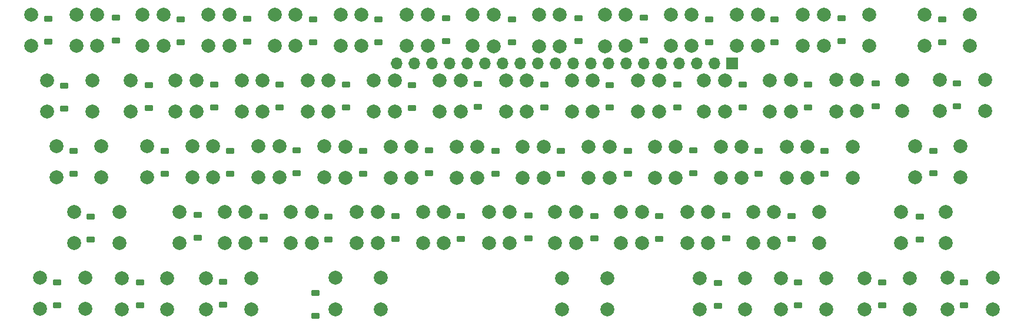
<source format=gbr>
%TF.GenerationSoftware,KiCad,Pcbnew,7.0.9*%
%TF.CreationDate,2024-12-06T21:29:14-05:00*%
%TF.ProjectId,tiny-keeb,74696e79-2d6b-4656-9562-2e6b69636164,rev?*%
%TF.SameCoordinates,Original*%
%TF.FileFunction,Soldermask,Bot*%
%TF.FilePolarity,Negative*%
%FSLAX46Y46*%
G04 Gerber Fmt 4.6, Leading zero omitted, Abs format (unit mm)*
G04 Created by KiCad (PCBNEW 7.0.9) date 2024-12-06 21:29:14*
%MOMM*%
%LPD*%
G01*
G04 APERTURE LIST*
G04 Aperture macros list*
%AMRoundRect*
0 Rectangle with rounded corners*
0 $1 Rounding radius*
0 $2 $3 $4 $5 $6 $7 $8 $9 X,Y pos of 4 corners*
0 Add a 4 corners polygon primitive as box body*
4,1,4,$2,$3,$4,$5,$6,$7,$8,$9,$2,$3,0*
0 Add four circle primitives for the rounded corners*
1,1,$1+$1,$2,$3*
1,1,$1+$1,$4,$5*
1,1,$1+$1,$6,$7*
1,1,$1+$1,$8,$9*
0 Add four rect primitives between the rounded corners*
20,1,$1+$1,$2,$3,$4,$5,0*
20,1,$1+$1,$4,$5,$6,$7,0*
20,1,$1+$1,$6,$7,$8,$9,0*
20,1,$1+$1,$8,$9,$2,$3,0*%
G04 Aperture macros list end*
%ADD10C,2.000000*%
%ADD11R,1.700000X1.700000*%
%ADD12O,1.700000X1.700000*%
%ADD13RoundRect,0.225000X-0.375000X0.225000X-0.375000X-0.225000X0.375000X-0.225000X0.375000X0.225000X0*%
G04 APERTURE END LIST*
D10*
%TO.C,SW12*%
X36393000Y-90411000D03*
X42893000Y-90411000D03*
X36393000Y-94911000D03*
X42893000Y-94911000D03*
%TD*%
%TO.C,SW46*%
X111215000Y-80844000D03*
X117715000Y-80844000D03*
X111215000Y-85344000D03*
X117715000Y-85344000D03*
%TD*%
%TO.C,SW13*%
X42358000Y-52453000D03*
X48858000Y-52453000D03*
X42358000Y-56953000D03*
X48858000Y-56953000D03*
%TD*%
%TO.C,SW33*%
X78046000Y-71444000D03*
X84546000Y-71444000D03*
X78046000Y-75944000D03*
X84546000Y-75944000D03*
%TD*%
%TO.C,SW31*%
X70881000Y-52454000D03*
X77381000Y-52454000D03*
X70881000Y-56954000D03*
X77381000Y-56954000D03*
%TD*%
%TO.C,SW39*%
X87549000Y-71461000D03*
X94049000Y-71461000D03*
X87549000Y-75961000D03*
X94049000Y-75961000D03*
%TD*%
%TO.C,SW18*%
X135058000Y-71438000D03*
X141558000Y-71438000D03*
X135058000Y-75938000D03*
X141558000Y-75938000D03*
%TD*%
%TO.C,SW59*%
X119510000Y-90411000D03*
X126010000Y-90411000D03*
X119510000Y-94911000D03*
X126010000Y-94911000D03*
%TD*%
%TO.C,SW74*%
X150520000Y-71420000D03*
X157020000Y-71420000D03*
X150520000Y-75920000D03*
X157020000Y-75920000D03*
%TD*%
%TO.C,SW20*%
X66127000Y-61887000D03*
X72627000Y-61887000D03*
X66127000Y-66387000D03*
X72627000Y-66387000D03*
%TD*%
%TO.C,SW44*%
X104137000Y-61875000D03*
X110637000Y-61875000D03*
X104137000Y-66375000D03*
X110637000Y-66375000D03*
%TD*%
%TO.C,SW23*%
X44697000Y-80882000D03*
X51197000Y-80882000D03*
X44697000Y-85382000D03*
X51197000Y-85382000D03*
%TD*%
%TO.C,SW24*%
X130218000Y-80840000D03*
X136718000Y-80840000D03*
X130218000Y-85340000D03*
X136718000Y-85340000D03*
%TD*%
%TO.C,SW14*%
X56625000Y-61892000D03*
X63125000Y-61892000D03*
X56625000Y-66392000D03*
X63125000Y-66392000D03*
%TD*%
%TO.C,SW38*%
X94634000Y-61877000D03*
X101134000Y-61877000D03*
X94634000Y-66377000D03*
X101134000Y-66377000D03*
%TD*%
%TO.C,SW56*%
X123141000Y-61867000D03*
X129641000Y-61867000D03*
X123141000Y-66367000D03*
X129641000Y-66367000D03*
%TD*%
%TO.C,SW61*%
X118376000Y-52440000D03*
X124876000Y-52440000D03*
X118376000Y-56940000D03*
X124876000Y-56940000D03*
%TD*%
%TO.C,SW17*%
X48468000Y-90407000D03*
X54968000Y-90407000D03*
X48468000Y-94907000D03*
X54968000Y-94907000D03*
%TD*%
%TO.C,SW10*%
X40027000Y-71392000D03*
X46527000Y-71392000D03*
X40027000Y-75892000D03*
X46527000Y-75892000D03*
%TD*%
%TO.C,SW72*%
X151897000Y-52430000D03*
X158397000Y-52430000D03*
X151897000Y-56930000D03*
X158397000Y-56930000D03*
%TD*%
%TO.C,SW26*%
X75630000Y-61884000D03*
X82130000Y-61884000D03*
X75630000Y-66384000D03*
X82130000Y-66384000D03*
%TD*%
%TO.C,SW4*%
X26957000Y-71400000D03*
X33457000Y-71400000D03*
X26957000Y-75900000D03*
X33457000Y-75900000D03*
%TD*%
%TO.C,SW32*%
X85133000Y-61879000D03*
X91633000Y-61879000D03*
X85133000Y-66379000D03*
X91633000Y-66379000D03*
%TD*%
%TO.C,SW7*%
X37613000Y-61909000D03*
X44113000Y-61909000D03*
X37613000Y-66409000D03*
X44113000Y-66409000D03*
%TD*%
%TO.C,SW5*%
X29502000Y-80884000D03*
X36002000Y-80884000D03*
X29502000Y-85384000D03*
X36002000Y-85384000D03*
%TD*%
%TO.C,SW16*%
X63705000Y-80871000D03*
X70205000Y-80871000D03*
X63705000Y-85371000D03*
X70205000Y-85371000D03*
%TD*%
%TO.C,SW41*%
X99698000Y-90412000D03*
X106198000Y-90412000D03*
X99698000Y-94912000D03*
X106198000Y-94912000D03*
%TD*%
%TO.C,SW40*%
X101710000Y-80852000D03*
X108210000Y-80852000D03*
X101710000Y-85352000D03*
X108210000Y-85352000D03*
%TD*%
%TO.C,SW3*%
X25639000Y-61912000D03*
X32139000Y-61912000D03*
X25639000Y-66412000D03*
X32139000Y-66412000D03*
%TD*%
%TO.C,SW67*%
X137386000Y-52429000D03*
X143886000Y-52429000D03*
X137386000Y-56929000D03*
X143886000Y-56929000D03*
%TD*%
%TO.C,SW66*%
X143237000Y-90410000D03*
X149737000Y-90410000D03*
X143237000Y-94910000D03*
X149737000Y-94910000D03*
%TD*%
%TO.C,SW8*%
X32851000Y-52408000D03*
X39351000Y-52408000D03*
X32851000Y-56908000D03*
X39351000Y-56908000D03*
%TD*%
%TO.C,SW27*%
X68542000Y-71434000D03*
X75042000Y-71434000D03*
X68542000Y-75934000D03*
X75042000Y-75934000D03*
%TD*%
%TO.C,SW62*%
X132645000Y-61860000D03*
X139145000Y-61860000D03*
X132645000Y-66360000D03*
X139145000Y-66360000D03*
%TD*%
%TO.C,SW57*%
X116053000Y-71447000D03*
X122553000Y-71447000D03*
X116053000Y-75947000D03*
X122553000Y-75947000D03*
%TD*%
%TO.C,SW21*%
X59040000Y-71420000D03*
X65540000Y-71420000D03*
X59040000Y-75920000D03*
X65540000Y-75920000D03*
%TD*%
%TO.C,SW15*%
X49538000Y-71409000D03*
X56038000Y-71409000D03*
X49538000Y-75909000D03*
X56038000Y-75909000D03*
%TD*%
%TO.C,SW19*%
X51874000Y-52441000D03*
X58374000Y-52441000D03*
X51874000Y-56941000D03*
X58374000Y-56941000D03*
%TD*%
%TO.C,SW34*%
X92208000Y-80858000D03*
X98708000Y-80858000D03*
X92208000Y-85358000D03*
X98708000Y-85358000D03*
%TD*%
%TO.C,SW22*%
X73205000Y-80869000D03*
X79705000Y-80869000D03*
X73205000Y-85369000D03*
X79705000Y-85369000D03*
%TD*%
%TO.C,SW6*%
X24612000Y-90382000D03*
X31112000Y-90382000D03*
X24612000Y-94882000D03*
X31112000Y-94882000D03*
%TD*%
%TO.C,SW50*%
X113641000Y-61870000D03*
X120141000Y-61870000D03*
X113641000Y-66370000D03*
X120141000Y-66370000D03*
%TD*%
%TO.C,SW29*%
X127879000Y-52432000D03*
X134379000Y-52432000D03*
X127879000Y-56932000D03*
X134379000Y-56932000D03*
%TD*%
%TO.C,SW25*%
X61368000Y-52452000D03*
X67868000Y-52452000D03*
X61368000Y-56952000D03*
X67868000Y-56952000D03*
%TD*%
%TO.C,SW51*%
X106549000Y-71453000D03*
X113049000Y-71453000D03*
X106549000Y-75953000D03*
X113049000Y-75953000D03*
%TD*%
%TO.C,SW52*%
X120717000Y-80835000D03*
X127217000Y-80835000D03*
X120717000Y-85335000D03*
X127217000Y-85335000D03*
%TD*%
%TO.C,SW9*%
X47118000Y-61900000D03*
X53618000Y-61900000D03*
X47118000Y-66400000D03*
X53618000Y-66400000D03*
%TD*%
%TO.C,SW30*%
X73603000Y-94887000D03*
X67103000Y-94887000D03*
X73603000Y-90387000D03*
X67103000Y-90387000D03*
%TD*%
D11*
%TO.C,J2*%
X124161000Y-59435000D03*
D12*
X121621000Y-59435000D03*
X119081000Y-59435000D03*
X116541000Y-59435000D03*
X114001000Y-59435000D03*
X111461000Y-59435000D03*
X108921000Y-59435000D03*
X106381000Y-59435000D03*
X103841000Y-59435000D03*
X101301000Y-59435000D03*
X98761000Y-59435000D03*
X96221000Y-59435000D03*
X93681000Y-59435000D03*
X91141000Y-59435000D03*
X88601000Y-59435000D03*
X86061000Y-59435000D03*
X83521000Y-59435000D03*
X80981000Y-59435000D03*
X78441000Y-59435000D03*
X75901000Y-59435000D03*
%TD*%
D10*
%TO.C,SW35*%
X142150000Y-61851000D03*
X148650000Y-61851000D03*
X142150000Y-66351000D03*
X148650000Y-66351000D03*
%TD*%
%TO.C,SW1*%
X155166000Y-90396000D03*
X161666000Y-90396000D03*
X155166000Y-94896000D03*
X161666000Y-94896000D03*
%TD*%
%TO.C,SW2*%
X23364000Y-52405000D03*
X29864000Y-52405000D03*
X23364000Y-56905000D03*
X29864000Y-56905000D03*
%TD*%
%TO.C,SW11*%
X54198000Y-80876000D03*
X60698000Y-80876000D03*
X54198000Y-85376000D03*
X60698000Y-85376000D03*
%TD*%
%TO.C,SW63*%
X125555000Y-71442000D03*
X132055000Y-71442000D03*
X125555000Y-75942000D03*
X132055000Y-75942000D03*
%TD*%
%TO.C,SW43*%
X89879000Y-52460000D03*
X96379000Y-52460000D03*
X89879000Y-56960000D03*
X96379000Y-56960000D03*
%TD*%
%TO.C,SW73*%
X154079000Y-61846000D03*
X160579000Y-61846000D03*
X154079000Y-66346000D03*
X160579000Y-66346000D03*
%TD*%
%TO.C,SW58*%
X148452000Y-80832000D03*
X154952000Y-80832000D03*
X148452000Y-85332000D03*
X154952000Y-85332000D03*
%TD*%
%TO.C,SW65*%
X131244000Y-90408000D03*
X137744000Y-90408000D03*
X131244000Y-94908000D03*
X137744000Y-94908000D03*
%TD*%
%TO.C,SW55*%
X108870000Y-52448000D03*
X115370000Y-52448000D03*
X108870000Y-56948000D03*
X115370000Y-56948000D03*
%TD*%
%TO.C,SW45*%
X97049000Y-71453000D03*
X103549000Y-71453000D03*
X97049000Y-75953000D03*
X103549000Y-75953000D03*
%TD*%
%TO.C,SW49*%
X99378000Y-52462000D03*
X105878000Y-52462000D03*
X99378000Y-56962000D03*
X105878000Y-56962000D03*
%TD*%
%TO.C,SW28*%
X82706000Y-80869000D03*
X89206000Y-80869000D03*
X82706000Y-85369000D03*
X89206000Y-85369000D03*
%TD*%
%TO.C,SW37*%
X80371000Y-52452000D03*
X86871000Y-52452000D03*
X80371000Y-56952000D03*
X86871000Y-56952000D03*
%TD*%
D13*
%TO.C,D74*%
X153097000Y-72027500D03*
X153097000Y-75327500D03*
%TD*%
%TO.C,D12*%
X39002000Y-91016000D03*
X39002000Y-94316000D03*
%TD*%
%TO.C,D11*%
X56816000Y-81512500D03*
X56816000Y-84812500D03*
%TD*%
%TO.C,D72*%
X154400000Y-53088000D03*
X154400000Y-56388000D03*
%TD*%
%TO.C,D22*%
X75775000Y-81461500D03*
X75775000Y-84761500D03*
%TD*%
%TO.C,D63*%
X128009000Y-72074500D03*
X128009000Y-75374500D03*
%TD*%
%TO.C,D1*%
X157570000Y-91075500D03*
X157570000Y-94375500D03*
%TD*%
%TO.C,D52*%
X123298000Y-81371500D03*
X123298000Y-84671500D03*
%TD*%
%TO.C,D17*%
X50955000Y-90984500D03*
X50955000Y-94284500D03*
%TD*%
%TO.C,D73*%
X156536000Y-62321000D03*
X156536000Y-65621000D03*
%TD*%
%TO.C,D55*%
X111458000Y-52890000D03*
X111458000Y-56190000D03*
%TD*%
%TO.C,D56*%
X125742000Y-62470500D03*
X125742000Y-65770500D03*
%TD*%
%TO.C,D7*%
X40305000Y-62558500D03*
X40305000Y-65858500D03*
%TD*%
%TO.C,D35*%
X144860000Y-62306000D03*
X144860000Y-65606000D03*
%TD*%
%TO.C,D37*%
X83052000Y-52966500D03*
X83052000Y-56266500D03*
%TD*%
%TO.C,D31*%
X73315000Y-53088000D03*
X73315000Y-56388000D03*
%TD*%
%TO.C,D29*%
X130294000Y-53127000D03*
X130294000Y-56427000D03*
%TD*%
%TO.C,D65*%
X133679000Y-91041500D03*
X133679000Y-94341500D03*
%TD*%
%TO.C,D67*%
X139917000Y-52909500D03*
X139917000Y-56209500D03*
%TD*%
%TO.C,D59*%
X122157000Y-91125000D03*
X122157000Y-94425000D03*
%TD*%
%TO.C,D3*%
X28058000Y-62670500D03*
X28058000Y-65970500D03*
%TD*%
%TO.C,D18*%
X137508000Y-72081500D03*
X137508000Y-75381500D03*
%TD*%
%TO.C,D43*%
X92503000Y-53073000D03*
X92503000Y-56373000D03*
%TD*%
%TO.C,D13*%
X44868000Y-53107500D03*
X44868000Y-56407500D03*
%TD*%
%TO.C,D19*%
X54412000Y-52980000D03*
X54412000Y-56280000D03*
%TD*%
%TO.C,D4*%
X29412000Y-72047000D03*
X29412000Y-75347000D03*
%TD*%
%TO.C,D21*%
X61545000Y-71973000D03*
X61545000Y-75273000D03*
%TD*%
%TO.C,D38*%
X97174000Y-62503000D03*
X97174000Y-65803000D03*
%TD*%
%TO.C,D5*%
X31920000Y-81522500D03*
X31920000Y-84822500D03*
%TD*%
%TO.C,D45*%
X99525000Y-72056500D03*
X99525000Y-75356500D03*
%TD*%
%TO.C,D26*%
X78128000Y-62559000D03*
X78128000Y-65859000D03*
%TD*%
%TO.C,D58*%
X151160000Y-81512000D03*
X151160000Y-84812000D03*
%TD*%
%TO.C,D61*%
X120908000Y-53107000D03*
X120908000Y-56407000D03*
%TD*%
%TO.C,D46*%
X113654000Y-81473000D03*
X113654000Y-84773000D03*
%TD*%
%TO.C,D57*%
X118627000Y-71953000D03*
X118627000Y-75253000D03*
%TD*%
%TO.C,D24*%
X132720000Y-81437500D03*
X132720000Y-84737500D03*
%TD*%
%TO.C,D2*%
X25820000Y-53057000D03*
X25820000Y-56357000D03*
%TD*%
%TO.C,D49*%
X102062000Y-52966500D03*
X102062000Y-56266500D03*
%TD*%
%TO.C,D50*%
X116291000Y-62525500D03*
X116291000Y-65825500D03*
%TD*%
%TO.C,D6*%
X27037000Y-91034500D03*
X27037000Y-94334500D03*
%TD*%
%TO.C,D66*%
X145746000Y-91034000D03*
X145746000Y-94334000D03*
%TD*%
%TO.C,D33*%
X80554000Y-71953000D03*
X80554000Y-75253000D03*
%TD*%
%TO.C,D25*%
X63863000Y-53145000D03*
X63863000Y-56445000D03*
%TD*%
%TO.C,D20*%
X68678000Y-62524500D03*
X68678000Y-65824500D03*
%TD*%
%TO.C,D32*%
X87621000Y-62454000D03*
X87621000Y-65754000D03*
%TD*%
%TO.C,D8*%
X35526000Y-52890500D03*
X35526000Y-56190500D03*
%TD*%
%TO.C,D14*%
X59059000Y-62491500D03*
X59059000Y-65791500D03*
%TD*%
%TO.C,D62*%
X135061000Y-62538000D03*
X135061000Y-65838000D03*
%TD*%
%TO.C,D41*%
X64231000Y-92594500D03*
X64231000Y-95894500D03*
%TD*%
%TO.C,D34*%
X94892000Y-81349000D03*
X94892000Y-84649000D03*
%TD*%
%TO.C,D10*%
X42586000Y-72040000D03*
X42586000Y-75340000D03*
%TD*%
%TO.C,D9*%
X49701000Y-62503500D03*
X49701000Y-65803500D03*
%TD*%
%TO.C,D16*%
X66127000Y-81559500D03*
X66127000Y-84859500D03*
%TD*%
%TO.C,D23*%
X47279000Y-81316500D03*
X47279000Y-84616500D03*
%TD*%
%TO.C,D15*%
X51952000Y-72070500D03*
X51952000Y-75370500D03*
%TD*%
%TO.C,D51*%
X109177000Y-72084500D03*
X109177000Y-75384500D03*
%TD*%
%TO.C,D27*%
X71080000Y-72059500D03*
X71080000Y-75359500D03*
%TD*%
%TO.C,D28*%
X85180000Y-81505000D03*
X85180000Y-84805000D03*
%TD*%
%TO.C,D39*%
X90167000Y-72029500D03*
X90167000Y-75329500D03*
%TD*%
%TO.C,D40*%
X104343000Y-81425500D03*
X104343000Y-84725500D03*
%TD*%
%TO.C,D44*%
X106566000Y-62545000D03*
X106566000Y-65845000D03*
%TD*%
M02*

</source>
